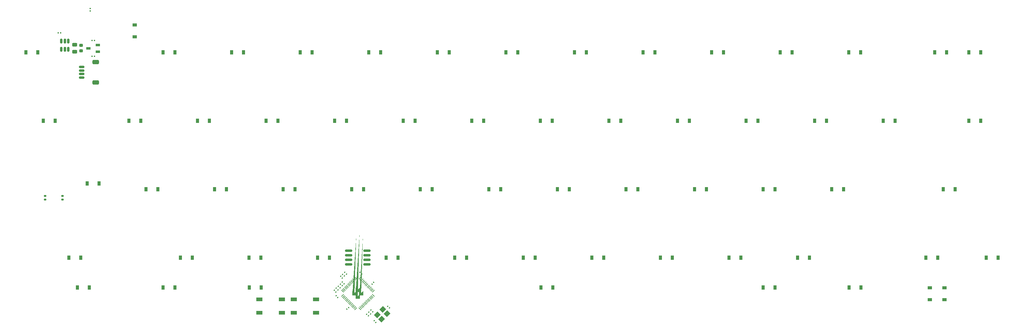
<source format=gbr>
%TF.GenerationSoftware,KiCad,Pcbnew,7.0.1*%
%TF.CreationDate,2023-03-31T22:15:08-04:00*%
%TF.ProjectId,PCB,5043422e-6b69-4636-9164-5f7063625858,rev?*%
%TF.SameCoordinates,Original*%
%TF.FileFunction,Paste,Bot*%
%TF.FilePolarity,Positive*%
%FSLAX46Y46*%
G04 Gerber Fmt 4.6, Leading zero omitted, Abs format (unit mm)*
G04 Created by KiCad (PCBNEW 7.0.1) date 2023-03-31 22:15:08*
%MOMM*%
%LPD*%
G01*
G04 APERTURE LIST*
G04 Aperture macros list*
%AMRoundRect*
0 Rectangle with rounded corners*
0 $1 Rounding radius*
0 $2 $3 $4 $5 $6 $7 $8 $9 X,Y pos of 4 corners*
0 Add a 4 corners polygon primitive as box body*
4,1,4,$2,$3,$4,$5,$6,$7,$8,$9,$2,$3,0*
0 Add four circle primitives for the rounded corners*
1,1,$1+$1,$2,$3*
1,1,$1+$1,$4,$5*
1,1,$1+$1,$6,$7*
1,1,$1+$1,$8,$9*
0 Add four rect primitives between the rounded corners*
20,1,$1+$1,$2,$3,$4,$5,0*
20,1,$1+$1,$4,$5,$6,$7,0*
20,1,$1+$1,$6,$7,$8,$9,0*
20,1,$1+$1,$8,$9,$2,$3,0*%
%AMRotRect*
0 Rectangle, with rotation*
0 The origin of the aperture is its center*
0 $1 length*
0 $2 width*
0 $3 Rotation angle, in degrees counterclockwise*
0 Add horizontal line*
21,1,$1,$2,0,0,$3*%
%AMFreePoly0*
4,1,51,0.532219,0.614745,0.539696,0.609939,0.548496,0.608674,0.568109,0.591679,0.589937,0.577652,0.593629,0.569566,0.600348,0.563745,0.607658,0.538848,0.618438,0.515244,0.617172,0.506443,0.619677,0.497915,0.619677,-0.497915,0.614745,-0.532219,0.609939,-0.539696,0.608674,-0.548496,0.591679,-0.568109,0.577652,-0.589937,0.569566,-0.593629,0.563745,-0.600348,0.538848,-0.607658,
0.515244,-0.618438,0.506443,-0.617172,0.497915,-0.619677,-0.497915,-0.619677,-0.532219,-0.614745,-0.539696,-0.609939,-0.548496,-0.608674,-0.568109,-0.591679,-0.589937,-0.577652,-0.593629,-0.569566,-0.600348,-0.563745,-0.607658,-0.538848,-0.618438,-0.515244,-0.617172,-0.506443,-0.619677,-0.497915,-0.619677,0.397045,-0.616582,0.418565,-0.616895,0.422927,-0.615620,0.425261,-0.614745,0.431349,
-0.598456,0.456693,-0.584014,0.483144,-0.483144,0.584014,-0.465738,0.597042,-0.462875,0.600348,-0.460322,0.601097,-0.455399,0.604783,-0.425958,0.611187,-0.397045,0.619677,0.497915,0.619677,0.532219,0.614745,0.532219,0.614745,$1*%
%AMFreePoly1*
4,1,51,0.532219,0.614745,0.539696,0.609939,0.548496,0.608674,0.568109,0.591679,0.589937,0.577652,0.593629,0.569566,0.600348,0.563745,0.607658,0.538848,0.618438,0.515244,0.617172,0.506443,0.619677,0.497915,0.619677,-0.497915,0.614745,-0.532219,0.609939,-0.539696,0.608674,-0.548496,0.591679,-0.568109,0.577652,-0.589937,0.569566,-0.593629,0.563745,-0.600348,0.538848,-0.607658,
0.515244,-0.618438,0.506443,-0.617172,0.497915,-0.619677,-0.397045,-0.619677,-0.418563,-0.616583,-0.422927,-0.616895,-0.425261,-0.615620,-0.431349,-0.614745,-0.456693,-0.598456,-0.483144,-0.584014,-0.584014,-0.483144,-0.597044,-0.465737,-0.600348,-0.462875,-0.601097,-0.460323,-0.604783,-0.455400,-0.611187,-0.425956,-0.619677,-0.397045,-0.619677,0.497915,-0.614745,0.532219,-0.609939,0.539696,
-0.608674,0.548496,-0.591679,0.568109,-0.577652,0.589937,-0.569566,0.593629,-0.563745,0.600348,-0.538848,0.607658,-0.515244,0.618438,-0.506443,0.617172,-0.497915,0.619677,0.497915,0.619677,0.532219,0.614745,0.532219,0.614745,$1*%
%AMFreePoly2*
4,1,51,0.418565,0.616582,0.422927,0.616895,0.425261,0.615620,0.431349,0.614745,0.456693,0.598456,0.483144,0.584014,0.584014,0.483144,0.597042,0.465738,0.600348,0.462875,0.601097,0.460322,0.604783,0.455399,0.611187,0.425958,0.619677,0.397045,0.619677,-0.497915,0.614745,-0.532219,0.609939,-0.539696,0.608674,-0.548496,0.591679,-0.568109,0.577652,-0.589937,0.569566,-0.593629,
0.563745,-0.600348,0.538848,-0.607658,0.515244,-0.618438,0.506443,-0.617172,0.497915,-0.619677,-0.497915,-0.619677,-0.532219,-0.614745,-0.539696,-0.609939,-0.548496,-0.608674,-0.568109,-0.591679,-0.589937,-0.577652,-0.593629,-0.569566,-0.600348,-0.563745,-0.607658,-0.538848,-0.618438,-0.515244,-0.617172,-0.506443,-0.619677,-0.497915,-0.619677,0.497915,-0.614745,0.532219,-0.609939,0.539696,
-0.608674,0.548496,-0.591679,0.568109,-0.577652,0.589937,-0.569566,0.593629,-0.563745,0.600348,-0.538848,0.607658,-0.515244,0.618438,-0.506443,0.617172,-0.497915,0.619677,0.397045,0.619677,0.418565,0.616582,0.418565,0.616582,$1*%
%AMFreePoly3*
4,1,51,0.532219,0.614745,0.539696,0.609939,0.548496,0.608674,0.568109,0.591679,0.589937,0.577652,0.593629,0.569566,0.600348,0.563745,0.607658,0.538848,0.618438,0.515244,0.617172,0.506443,0.619677,0.497915,0.619677,-0.397045,0.616583,-0.418563,0.616895,-0.422927,0.615620,-0.425261,0.614745,-0.431349,0.598456,-0.456693,0.584014,-0.483144,0.483144,-0.584014,0.465737,-0.597044,
0.462875,-0.600348,0.460323,-0.601097,0.455400,-0.604783,0.425956,-0.611187,0.397045,-0.619677,-0.497915,-0.619677,-0.532219,-0.614745,-0.539696,-0.609939,-0.548496,-0.608674,-0.568109,-0.591679,-0.589937,-0.577652,-0.593629,-0.569566,-0.600348,-0.563745,-0.607658,-0.538848,-0.618438,-0.515244,-0.617172,-0.506443,-0.619677,-0.497915,-0.619677,0.497915,-0.614745,0.532219,-0.609939,0.539696,
-0.608674,0.548496,-0.591679,0.568109,-0.577652,0.589937,-0.569566,0.593629,-0.563745,0.600348,-0.538848,0.607658,-0.515244,0.618438,-0.506443,0.617172,-0.497915,0.619677,0.497915,0.619677,0.532219,0.614745,0.532219,0.614745,$1*%
G04 Aperture macros list end*
%ADD10RoundRect,0.243750X-0.456250X0.243750X-0.456250X-0.243750X0.456250X-0.243750X0.456250X0.243750X0*%
%ADD11FreePoly0,225.000000*%
%ADD12FreePoly1,225.000000*%
%ADD13FreePoly2,225.000000*%
%ADD14FreePoly3,225.000000*%
%ADD15RoundRect,0.050000X0.238649X0.309359X-0.309359X-0.238649X-0.238649X-0.309359X0.309359X0.238649X0*%
%ADD16RoundRect,0.050000X-0.238649X0.309359X-0.309359X0.238649X0.238649X-0.309359X0.309359X-0.238649X0*%
%ADD17RoundRect,0.079500X0.127279X0.014849X0.014849X0.127279X-0.127279X-0.014849X-0.014849X-0.127279X0*%
%ADD18R,0.900000X1.200000*%
%ADD19R,1.200000X0.900000*%
%ADD20RoundRect,0.150000X0.150000X-0.512500X0.150000X0.512500X-0.150000X0.512500X-0.150000X-0.512500X0*%
%ADD21RoundRect,0.150000X-0.625000X0.150000X-0.625000X-0.150000X0.625000X-0.150000X0.625000X0.150000X0*%
%ADD22RoundRect,0.250000X-0.650000X0.350000X-0.650000X-0.350000X0.650000X-0.350000X0.650000X0.350000X0*%
%ADD23RoundRect,0.079500X-0.014849X0.127279X-0.127279X0.014849X0.014849X-0.127279X0.127279X-0.014849X0*%
%ADD24R,1.800000X1.100000*%
%ADD25RoundRect,0.079500X-0.100500X0.079500X-0.100500X-0.079500X0.100500X-0.079500X0.100500X0.079500X0*%
%ADD26RoundRect,0.079500X-0.079500X-0.100500X0.079500X-0.100500X0.079500X0.100500X-0.079500X0.100500X0*%
%ADD27RotRect,1.400000X1.200000X45.000000*%
%ADD28RoundRect,0.135000X-0.185000X0.135000X-0.185000X-0.135000X0.185000X-0.135000X0.185000X0.135000X0*%
%ADD29R,1.220000X0.650000*%
%ADD30RoundRect,0.079500X-0.127279X-0.014849X-0.014849X-0.127279X0.127279X0.014849X0.014849X0.127279X0*%
%ADD31RoundRect,0.079500X0.079500X0.100500X-0.079500X0.100500X-0.079500X-0.100500X0.079500X-0.100500X0*%
%ADD32RoundRect,0.162500X0.825000X0.162500X-0.825000X0.162500X-0.825000X-0.162500X0.825000X-0.162500X0*%
%ADD33RoundRect,0.079500X0.014849X-0.127279X0.127279X-0.014849X-0.014849X0.127279X-0.127279X0.014849X0*%
%ADD34RoundRect,0.218750X0.256250X-0.218750X0.256250X0.218750X-0.256250X0.218750X-0.256250X-0.218750X0*%
G04 APERTURE END LIST*
D10*
%TO.C,F1*%
X39150000Y-31622500D03*
X39150000Y-33497500D03*
%TD*%
D11*
%TO.C,U1*%
X118780844Y-100774375D03*
D12*
X117826250Y-99819781D03*
D13*
X117826250Y-101728969D03*
D14*
X116871656Y-100774375D03*
D15*
X118418452Y-96505218D03*
X118701295Y-96788061D03*
X118984137Y-97070903D03*
X119266980Y-97353746D03*
X119549823Y-97636589D03*
X119832665Y-97919431D03*
X120115508Y-98202274D03*
X120398351Y-98485117D03*
X120681194Y-98767960D03*
X120964036Y-99050802D03*
X121246879Y-99333645D03*
X121529722Y-99616488D03*
X121812564Y-99899330D03*
X122095407Y-100182173D03*
D16*
X122095407Y-101366577D03*
X121812564Y-101649420D03*
X121529722Y-101932262D03*
X121246879Y-102215105D03*
X120964036Y-102497948D03*
X120681194Y-102780790D03*
X120398351Y-103063633D03*
X120115508Y-103346476D03*
X119832665Y-103629319D03*
X119549823Y-103912161D03*
X119266980Y-104195004D03*
X118984137Y-104477847D03*
X118701295Y-104760689D03*
X118418452Y-105043532D03*
D15*
X117234048Y-105043532D03*
X116951205Y-104760689D03*
X116668363Y-104477847D03*
X116385520Y-104195004D03*
X116102677Y-103912161D03*
X115819835Y-103629319D03*
X115536992Y-103346476D03*
X115254149Y-103063633D03*
X114971306Y-102780790D03*
X114688464Y-102497948D03*
X114405621Y-102215105D03*
X114122778Y-101932262D03*
X113839936Y-101649420D03*
X113557093Y-101366577D03*
D16*
X113557093Y-100182173D03*
X113839936Y-99899330D03*
X114122778Y-99616488D03*
X114405621Y-99333645D03*
X114688464Y-99050802D03*
X114971306Y-98767960D03*
X115254149Y-98485117D03*
X115536992Y-98202274D03*
X115819835Y-97919431D03*
X116102677Y-97636589D03*
X116385520Y-97353746D03*
X116668363Y-97070903D03*
X116951205Y-96788061D03*
X117234048Y-96505218D03*
%TD*%
D17*
%TO.C,C16*%
X114652702Y-95405202D03*
X114164798Y-94917298D03*
%TD*%
D18*
%TO.C,D43*%
X40849375Y-90820625D03*
X37549375Y-90820625D03*
%TD*%
%TO.C,D42*%
X283736875Y-71770625D03*
X280436875Y-71770625D03*
%TD*%
%TO.C,D20*%
X114668125Y-52720625D03*
X111368125Y-52720625D03*
%TD*%
%TO.C,D31*%
X62280625Y-71770625D03*
X58980625Y-71770625D03*
%TD*%
D17*
%TO.C,C10*%
X113537016Y-96520887D03*
X113049112Y-96032983D03*
%TD*%
D18*
%TO.C,D54*%
X278974375Y-90820625D03*
X275674375Y-90820625D03*
%TD*%
%TO.C,D11*%
X200393125Y-33670625D03*
X197093125Y-33670625D03*
%TD*%
%TO.C,D33*%
X100380625Y-71770625D03*
X97080625Y-71770625D03*
%TD*%
%TO.C,D17*%
X57518125Y-52720625D03*
X54218125Y-52720625D03*
%TD*%
%TO.C,D52*%
X224205625Y-90820625D03*
X220905625Y-90820625D03*
%TD*%
%TO.C,D13*%
X238493125Y-33670625D03*
X235193125Y-33670625D03*
%TD*%
D17*
%TO.C,C6*%
X112252702Y-101955202D03*
X111764798Y-101467298D03*
%TD*%
D18*
%TO.C,D6*%
X105143125Y-33670625D03*
X101843125Y-33670625D03*
%TD*%
%TO.C,D15*%
X290880625Y-33670625D03*
X287580625Y-33670625D03*
%TD*%
%TO.C,D45*%
X90855625Y-90820625D03*
X87555625Y-90820625D03*
%TD*%
D19*
%TO.C,D62*%
X280830750Y-99267250D03*
X280830750Y-102567250D03*
%TD*%
D18*
%TO.C,D29*%
X290880625Y-52720625D03*
X287580625Y-52720625D03*
%TD*%
D20*
%TO.C,U3*%
X37366875Y-32838750D03*
X36416875Y-32838750D03*
X35466875Y-32838750D03*
X35466875Y-30563750D03*
X36416875Y-30563750D03*
X37366875Y-30563750D03*
%TD*%
D21*
%TO.C,J2*%
X41106875Y-37744375D03*
X41106875Y-38744375D03*
X41106875Y-39744375D03*
X41106875Y-40744375D03*
D22*
X44981875Y-36444375D03*
X44981875Y-42044375D03*
%TD*%
D18*
%TO.C,D57*%
X90964750Y-99155000D03*
X87664750Y-99155000D03*
%TD*%
%TO.C,D12*%
X219443125Y-33670625D03*
X216143125Y-33670625D03*
%TD*%
%TO.C,D1*%
X281355625Y-33670625D03*
X278055625Y-33670625D03*
%TD*%
D17*
%TO.C,R3*%
X121982702Y-105935202D03*
X121494798Y-105447298D03*
%TD*%
D18*
%TO.C,D63*%
X292388750Y-90820625D03*
X295688750Y-90820625D03*
%TD*%
%TO.C,D27*%
X248018125Y-52720625D03*
X244718125Y-52720625D03*
%TD*%
%TO.C,D5*%
X86093125Y-33670625D03*
X82793125Y-33670625D03*
%TD*%
D23*
%TO.C,C11*%
X115292702Y-104697298D03*
X114804798Y-105185202D03*
%TD*%
D18*
%TO.C,D28*%
X267068125Y-52720625D03*
X263768125Y-52720625D03*
%TD*%
%TO.C,D50*%
X186105625Y-90820625D03*
X182805625Y-90820625D03*
%TD*%
D24*
%TO.C,SW73*%
X96708750Y-102491250D03*
X90508750Y-102491250D03*
X96708750Y-106191250D03*
X90508750Y-106191250D03*
%TD*%
D17*
%TO.C,C5*%
X114102702Y-95955202D03*
X113614798Y-95467298D03*
%TD*%
D25*
%TO.C,R4*%
X43508750Y-21506250D03*
X43508750Y-22196250D03*
%TD*%
D18*
%TO.C,D21*%
X133718125Y-52720625D03*
X130418125Y-52720625D03*
%TD*%
%TO.C,D51*%
X205155625Y-90820625D03*
X201855625Y-90820625D03*
%TD*%
%TO.C,D56*%
X67043125Y-99155000D03*
X63743125Y-99155000D03*
%TD*%
D17*
%TO.C,C4*%
X118922702Y-95395202D03*
X118434798Y-94907298D03*
%TD*%
D26*
%TO.C,C13*%
X43963750Y-30411250D03*
X44653750Y-30411250D03*
%TD*%
D18*
%TO.C,D55*%
X43230625Y-99155000D03*
X39930625Y-99155000D03*
%TD*%
%TO.C,D38*%
X195630625Y-71770625D03*
X192330625Y-71770625D03*
%TD*%
D27*
%TO.C,Y1*%
X123229892Y-106788027D03*
X124785527Y-105232392D03*
X125987608Y-106434473D03*
X124431973Y-107990108D03*
%TD*%
D28*
%TO.C,R7*%
X35770000Y-73680000D03*
X35770000Y-74700000D03*
%TD*%
D29*
%TO.C,U4*%
X45618750Y-31661250D03*
X45618750Y-33561250D03*
X42998750Y-32611250D03*
%TD*%
D19*
%TO.C,D61*%
X276766750Y-99267250D03*
X276766750Y-102567250D03*
%TD*%
D18*
%TO.C,D7*%
X124193125Y-33670625D03*
X120893125Y-33670625D03*
%TD*%
%TO.C,D24*%
X190868125Y-52720625D03*
X187568125Y-52720625D03*
%TD*%
%TO.C,D32*%
X81330625Y-71770625D03*
X78030625Y-71770625D03*
%TD*%
%TO.C,D60*%
X257588750Y-99155000D03*
X254288750Y-99155000D03*
%TD*%
D30*
%TO.C,R1*%
X113525128Y-97646968D03*
X114013032Y-98134872D03*
%TD*%
D18*
%TO.C,D58*%
X171990750Y-99155000D03*
X168690750Y-99155000D03*
%TD*%
D17*
%TO.C,R2*%
X113482702Y-98665202D03*
X112994798Y-98177298D03*
%TD*%
%TO.C,C14*%
X112902702Y-99255202D03*
X112414798Y-98767298D03*
%TD*%
D18*
%TO.C,D14*%
X257543125Y-33670625D03*
X254243125Y-33670625D03*
%TD*%
%TO.C,D4*%
X67043125Y-33670625D03*
X63743125Y-33670625D03*
%TD*%
%TO.C,D18*%
X76568125Y-52720625D03*
X73268125Y-52720625D03*
%TD*%
%TO.C,D8*%
X143243125Y-33670625D03*
X139943125Y-33670625D03*
%TD*%
D30*
%TO.C,C12*%
X120264798Y-106567298D03*
X120752702Y-107055202D03*
%TD*%
D18*
%TO.C,D40*%
X233730625Y-71770625D03*
X230430625Y-71770625D03*
%TD*%
%TO.C,D59*%
X233712750Y-99155000D03*
X230412750Y-99155000D03*
%TD*%
D28*
%TO.C,R6*%
X30970000Y-73680000D03*
X30970000Y-74700000D03*
%TD*%
D31*
%TO.C,C15*%
X44653750Y-34811250D03*
X43963750Y-34811250D03*
%TD*%
D18*
%TO.C,D36*%
X157530625Y-71770625D03*
X154230625Y-71770625D03*
%TD*%
D24*
%TO.C,SW72*%
X106198750Y-102491250D03*
X99998750Y-102491250D03*
X106198750Y-106191250D03*
X99998750Y-106191250D03*
%TD*%
D18*
%TO.C,D48*%
X148005625Y-90820625D03*
X144705625Y-90820625D03*
%TD*%
%TO.C,D26*%
X228968125Y-52720625D03*
X225668125Y-52720625D03*
%TD*%
D30*
%TO.C,C1*%
X126114798Y-104367298D03*
X126602702Y-104855202D03*
%TD*%
D18*
%TO.C,D9*%
X162293125Y-33670625D03*
X158993125Y-33670625D03*
%TD*%
%TO.C,D34*%
X119430625Y-71770625D03*
X116130625Y-71770625D03*
%TD*%
D31*
%TO.C,R5*%
X35243750Y-28281250D03*
X34553750Y-28281250D03*
%TD*%
D18*
%TO.C,D47*%
X128955625Y-90820625D03*
X125655625Y-90820625D03*
%TD*%
D17*
%TO.C,C7*%
X111752702Y-100405202D03*
X111264798Y-99917298D03*
%TD*%
D18*
%TO.C,D46*%
X109905625Y-90820625D03*
X106605625Y-90820625D03*
%TD*%
%TO.C,D16*%
X33705625Y-52720625D03*
X30405625Y-52720625D03*
%TD*%
%TO.C,D35*%
X138480625Y-71770625D03*
X135180625Y-71770625D03*
%TD*%
%TO.C,D10*%
X181343125Y-33670625D03*
X178043125Y-33670625D03*
%TD*%
D30*
%TO.C,C2*%
X122364798Y-108367298D03*
X122852702Y-108855202D03*
%TD*%
D19*
%TO.C,D3*%
X55868125Y-29367500D03*
X55868125Y-26067500D03*
%TD*%
D18*
%TO.C,D25*%
X209918125Y-52720625D03*
X206618125Y-52720625D03*
%TD*%
%TO.C,D30*%
X45920000Y-70190000D03*
X42620000Y-70190000D03*
%TD*%
D32*
%TO.C,U2*%
X120318125Y-88915625D03*
X120318125Y-90185625D03*
X120318125Y-91455625D03*
X120318125Y-92725625D03*
X115243125Y-92725625D03*
X115243125Y-91455625D03*
X115243125Y-90185625D03*
X115243125Y-88915625D03*
%TD*%
D18*
%TO.C,D41*%
X252780625Y-71770625D03*
X249480625Y-71770625D03*
%TD*%
%TO.C,D53*%
X243255625Y-90820625D03*
X239955625Y-90820625D03*
%TD*%
%TO.C,D39*%
X214680625Y-71770625D03*
X211380625Y-71770625D03*
%TD*%
D33*
%TO.C,C8*%
X121764798Y-98235202D03*
X122252702Y-97747298D03*
%TD*%
D18*
%TO.C,D2*%
X28943125Y-33670625D03*
X25643125Y-33670625D03*
%TD*%
D17*
%TO.C,C3*%
X112318387Y-99839517D03*
X111830483Y-99351613D03*
%TD*%
D18*
%TO.C,D19*%
X95618125Y-52720625D03*
X92318125Y-52720625D03*
%TD*%
D34*
%TO.C,FB1*%
X40930000Y-33307500D03*
X40930000Y-31732500D03*
%TD*%
D18*
%TO.C,D23*%
X171818125Y-52720625D03*
X168518125Y-52720625D03*
%TD*%
%TO.C,D49*%
X167055625Y-90820625D03*
X163755625Y-90820625D03*
%TD*%
D30*
%TO.C,C9*%
X120864798Y-106017298D03*
X121352702Y-106505202D03*
%TD*%
D18*
%TO.C,D22*%
X152768125Y-52720625D03*
X149468125Y-52720625D03*
%TD*%
%TO.C,D37*%
X176580625Y-71770625D03*
X173280625Y-71770625D03*
%TD*%
%TO.C,D44*%
X71805625Y-90820625D03*
X68505625Y-90820625D03*
%TD*%
M02*

</source>
